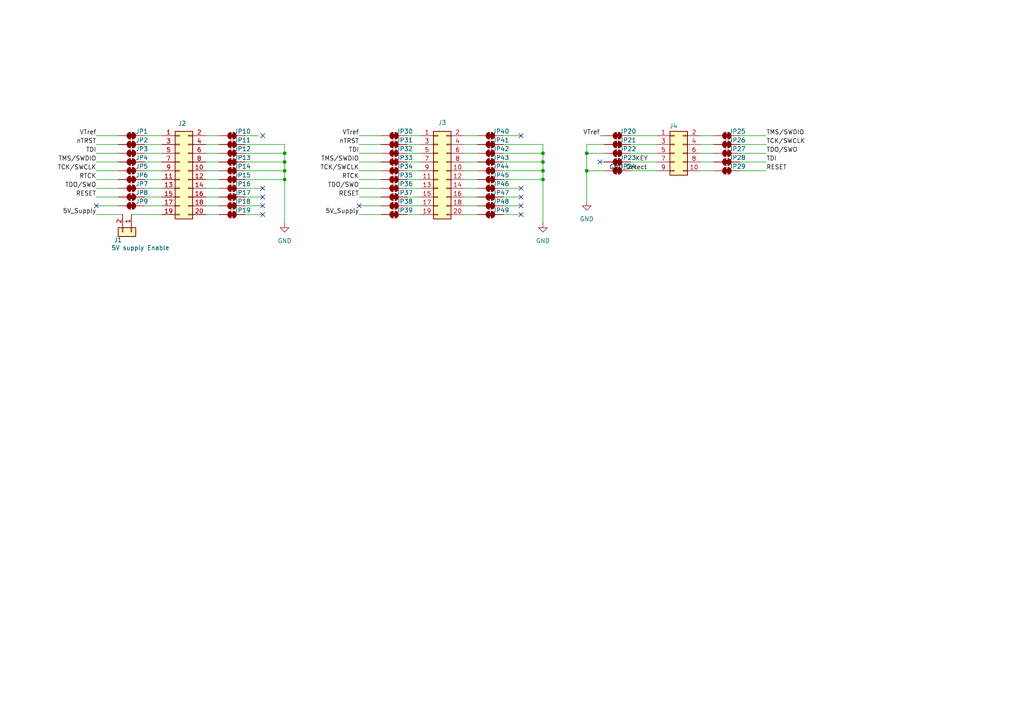
<source format=kicad_sch>
(kicad_sch (version 20250114) (generator "eeschema") (generator_version "9.0")
  (paper "A4")
  (lib_symbols
    (symbol "Connector_Generic:Conn_01x02" (pin_names (offset 1.016) (hide yes))
      (property "Reference" "J" (at 0 2.54 0))
      (property "Value" "Conn_01x02" (at 0 -5.08 0))
      (symbol "Conn_01x02_1_1"
        (rectangle (start -1.27 1.27) (end 1.27 -3.81) (stroke (width 0.254)) (fill (type background)))
        (rectangle (start -1.27 0.127) (end 0 -0.127) (stroke (width 0.1524)))
        (rectangle (start -1.27 -2.413) (end 0 -2.667) (stroke (width 0.1524)))
        (pin passive line (at -5.08 0 0) (length 3.81) (name "Pin_1") (number "1"))
        (pin passive line (at -5.08 -2.54 0) (length 3.81) (name "Pin_2") (number "2"))
      )
    )
    (symbol "Connector_Generic:Conn_02x05_Odd_Even" (pin_names (offset 1.016) (hide yes))
      (property "Reference" "J" (at 1.27 7.62 0))
      (property "Value" "Conn_02x05_Odd_Even" (at 1.27 -7.62 0))
      (symbol "Conn_02x05_Odd_Even_1_1"
        (rectangle (start -1.27 6.35) (end 3.81 -6.35) (stroke (width 0.254)) (fill (type background)))
        (rectangle (start -1.27 5.207) (end 0 4.953) (stroke (width 0.1524)))
        (rectangle (start -1.27 2.667) (end 0 2.413) (stroke (width 0.1524)))
        (rectangle (start -1.27 0.127) (end 0 -0.127) (stroke (width 0.1524)))
        (rectangle (start -1.27 -2.413) (end 0 -2.667) (stroke (width 0.1524)))
        (rectangle (start -1.27 -4.953) (end 0 -5.207) (stroke (width 0.1524)))
        (rectangle (start 3.81 5.207) (end 2.54 4.953) (stroke (width 0.1524)))
        (rectangle (start 3.81 2.667) (end 2.54 2.413) (stroke (width 0.1524)))
        (rectangle (start 3.81 0.127) (end 2.54 -0.127) (stroke (width 0.1524)))
        (rectangle (start 3.81 -2.413) (end 2.54 -2.667) (stroke (width 0.1524)))
        (rectangle (start 3.81 -4.953) (end 2.54 -5.207) (stroke (width 0.1524)))
        (pin passive line (at -5.08 5.08 0) (length 3.81) (name "Pin_1") (number "1"))
        (pin passive line (at -5.08 2.54 0) (length 3.81) (name "Pin_3") (number "3"))
        (pin passive line (at -5.08 0 0) (length 3.81) (name "Pin_5") (number "5"))
        (pin passive line (at -5.08 -2.54 0) (length 3.81) (name "Pin_7") (number "7"))
        (pin passive line (at -5.08 -5.08 0) (length 3.81) (name "Pin_9") (number "9"))
        (pin passive line (at 7.62 5.08 180) (length 3.81) (name "Pin_2") (number "2"))
        (pin passive line (at 7.62 2.54 180) (length 3.81) (name "Pin_4") (number "4"))
        (pin passive line (at 7.62 0 180) (length 3.81) (name "Pin_6") (number "6"))
        (pin passive line (at 7.62 -2.54 180) (length 3.81) (name "Pin_8") (number "8"))
        (pin passive line (at 7.62 -5.08 180) (length 3.81) (name "Pin_10") (number "10"))
      )
    )
    (symbol "Connector_Generic:Conn_02x10_Odd_Even" (pin_names (offset 1.016) (hide yes))
      (property "Reference" "J" (at 1.27 12.7 0))
      (property "Value" "Conn_02x10_Odd_Even" (at 1.27 -15.24 0))
      (symbol "Conn_02x10_Odd_Even_1_1"
        (rectangle (start -1.27 11.43) (end 3.81 -13.97) (stroke (width 0.254)) (fill (type background)))
        (rectangle (start -1.27 10.287) (end 0 10.033) (stroke (width 0.1524)))
        (rectangle (start -1.27 7.747) (end 0 7.493) (stroke (width 0.1524)))
        (rectangle (start -1.27 5.207) (end 0 4.953) (stroke (width 0.1524)))
        (rectangle (start -1.27 2.667) (end 0 2.413) (stroke (width 0.1524)))
        (rectangle (start -1.27 0.127) (end 0 -0.127) (stroke (width 0.1524)))
        (rectangle (start -1.27 -2.413) (end 0 -2.667) (stroke (width 0.1524)))
        (rectangle (start -1.27 -4.953) (end 0 -5.207) (stroke (width 0.1524)))
        (rectangle (start -1.27 -7.493) (end 0 -7.747) (stroke (width 0.1524)))
        (rectangle (start -1.27 -10.033) (end 0 -10.287) (stroke (width 0.1524)))
        (rectangle (start -1.27 -12.573) (end 0 -12.827) (stroke (width 0.1524)))
        (rectangle (start 3.81 10.287) (end 2.54 10.033) (stroke (width 0.1524)))
        (rectangle (start 3.81 7.747) (end 2.54 7.493) (stroke (width 0.1524)))
        (rectangle (start 3.81 5.207) (end 2.54 4.953) (stroke (width 0.1524)))
        (rectangle (start 3.81 2.667) (end 2.54 2.413) (stroke (width 0.1524)))
        (rectangle (start 3.81 0.127) (end 2.54 -0.127) (stroke (width 0.1524)))
        (rectangle (start 3.81 -2.413) (end 2.54 -2.667) (stroke (width 0.1524)))
        (rectangle (start 3.81 -4.953) (end 2.54 -5.207) (stroke (width 0.1524)))
        (rectangle (start 3.81 -7.493) (end 2.54 -7.747) (stroke (width 0.1524)))
        (rectangle (start 3.81 -10.033) (end 2.54 -10.287) (stroke (width 0.1524)))
        (rectangle (start 3.81 -12.573) (end 2.54 -12.827) (stroke (width 0.1524)))
        (pin passive line (at -5.08 10.16 0) (length 3.81) (name "Pin_1") (number "1"))
        (pin passive line (at -5.08 7.62 0) (length 3.81) (name "Pin_3") (number "3"))
        (pin passive line (at -5.08 5.08 0) (length 3.81) (name "Pin_5") (number "5"))
        (pin passive line (at -5.08 2.54 0) (length 3.81) (name "Pin_7") (number "7"))
        (pin passive line (at -5.08 0 0) (length 3.81) (name "Pin_9") (number "9"))
        (pin passive line (at -5.08 -2.54 0) (length 3.81) (name "Pin_11") (number "11"))
        (pin passive line (at -5.08 -5.08 0) (length 3.81) (name "Pin_13") (number "13"))
        (pin passive line (at -5.08 -7.62 0) (length 3.81) (name "Pin_15") (number "15"))
        (pin passive line (at -5.08 -10.16 0) (length 3.81) (name "Pin_17") (number "17"))
        (pin passive line (at -5.08 -12.7 0) (length 3.81) (name "Pin_19") (number "19"))
        (pin passive line (at 7.62 10.16 180) (length 3.81) (name "Pin_2") (number "2"))
        (pin passive line (at 7.62 7.62 180) (length 3.81) (name "Pin_4") (number "4"))
        (pin passive line (at 7.62 5.08 180) (length 3.81) (name "Pin_6") (number "6"))
        (pin passive line (at 7.62 2.54 180) (length 3.81) (name "Pin_8") (number "8"))
        (pin passive line (at 7.62 0 180) (length 3.81) (name "Pin_10") (number "10"))
        (pin passive line (at 7.62 -2.54 180) (length 3.81) (name "Pin_12") (number "12"))
        (pin passive line (at 7.62 -5.08 180) (length 3.81) (name "Pin_14") (number "14"))
        (pin passive line (at 7.62 -7.62 180) (length 3.81) (name "Pin_16") (number "16"))
        (pin passive line (at 7.62 -10.16 180) (length 3.81) (name "Pin_18") (number "18"))
        (pin passive line (at 7.62 -12.7 180) (length 3.81) (name "Pin_20") (number "20"))
      )
    )
    (symbol "Jumper:SolderJumper_2_Bridged" (pin_numbers (hide yes)) (pin_names (offset 0) (hide yes)) (in_bom no)
      (property "Reference" "JP" (at 0 2.032 0))
      (property "Value" "SolderJumper_2_Bridged" (at 0 -2.54 0))
      (symbol "SolderJumper_2_Bridged_0_1"
        (rectangle (start -0.508 0.508) (end 0.508 -0.508) (fill (type outline)))
        (polyline (pts (xy -0.254 1.016) (xy -0.254 -1.016)))
        (arc (start -0.254 -1.016) (mid -1.2656 0) (end -0.254 1.016))
        (arc (start -0.254 -1.016) (mid -1.2656 0) (end -0.254 1.016) (fill (type outline)))
        (arc (start 0.254 1.016) (mid 1.2656 0) (end 0.254 -1.016))
        (arc (start 0.254 1.016) (mid 1.2656 0) (end 0.254 -1.016) (fill (type outline)))
        (polyline (pts (xy 0.254 1.016) (xy 0.254 -1.016)))
      )
      (symbol "SolderJumper_2_Bridged_1_1"
        (pin passive line (at -3.81 0 0) (length 2.54) (name "A") (number "1"))
        (pin passive line (at 3.81 0 180) (length 2.54) (name "B") (number "2"))
      )
    )
    (symbol "power:GND" (power) (pin_numbers (hide yes)) (pin_names (offset 0) (hide yes))
      (property "Value" "GND" (at 0 -3.81 0))
      (symbol "GND_0_1"
        (polyline (pts (xy 0 0) (xy 0 -1.27) (xy 1.27 -1.27) (xy 0 -2.54) (xy -1.27 -1.27) (xy 0 -1.27)))
      )
      (symbol "GND_1_1"
        (pin power_in line (at 0 0 270) (length 0) (name "~") (number "1"))
      )
    )
  )
  (junction (at 157.48 44.45))
  (junction (at 170.18 44.45))
  (junction (at 82.55 46.99))
  (junction (at 157.48 49.53))
  (junction (at 82.55 52.07))
  (junction (at 82.55 44.45))
  (junction (at 170.18 49.53))
  (junction (at 157.48 52.07))
  (junction (at 157.48 46.99))
  (junction (at 82.55 49.53))
  (no_connect (at 76.2 57.15))
  (no_connect (at 27.94 59.69))
  (no_connect (at 151.13 54.61))
  (no_connect (at 76.2 62.23))
  (no_connect (at 151.13 59.69))
  (no_connect (at 76.2 59.69))
  (no_connect (at 151.13 62.23))
  (no_connect (at 104.14 59.69))
  (no_connect (at 151.13 39.37))
  (no_connect (at 173.99 46.99))
  (no_connect (at 151.13 57.15))
  (no_connect (at 76.2 39.37))
  (no_connect (at 76.2 54.61))
  (wire (pts (xy 104.14 41.91) (xy 110.49 41.91)))
  (wire (pts (xy 170.18 49.53) (xy 170.18 58.42)))
  (wire (pts (xy 38.1 62.23) (xy 46.99 62.23)))
  (wire (pts (xy 71.12 62.23) (xy 76.2 62.23)))
  (wire (pts (xy 118.11 57.15) (xy 121.92 57.15)))
  (wire (pts (xy 27.94 62.23) (xy 35.56 62.23)))
  (wire (pts (xy 59.69 57.15) (xy 63.5 57.15)))
  (wire (pts (xy 118.11 49.53) (xy 121.92 49.53)))
  (wire (pts (xy 182.88 44.45) (xy 190.5 44.45)))
  (wire (pts (xy 71.12 54.61) (xy 76.2 54.61)))
  (wire (pts (xy 104.14 44.45) (xy 110.49 44.45)))
  (wire (pts (xy 71.12 46.99) (xy 82.55 46.99)))
  (wire (pts (xy 157.48 46.99) (xy 157.48 49.53)))
  (wire (pts (xy 59.69 44.45) (xy 63.5 44.45)))
  (wire (pts (xy 214.63 44.45) (xy 222.25 44.45)))
  (wire (pts (xy 41.91 59.69) (xy 46.99 59.69)))
  (wire (pts (xy 82.55 52.07) (xy 82.55 64.77)))
  (wire (pts (xy 214.63 49.53) (xy 222.25 49.53)))
  (wire (pts (xy 134.62 49.53) (xy 138.43 49.53)))
  (wire (pts (xy 41.91 46.99) (xy 46.99 46.99)))
  (wire (pts (xy 146.05 44.45) (xy 157.48 44.45)))
  (wire (pts (xy 170.18 44.45) (xy 175.26 44.45)))
  (wire (pts (xy 41.91 57.15) (xy 46.99 57.15)))
  (wire (pts (xy 134.62 39.37) (xy 138.43 39.37)))
  (wire (pts (xy 134.62 44.45) (xy 138.43 44.45)))
  (wire (pts (xy 214.63 39.37) (xy 222.25 39.37)))
  (wire (pts (xy 41.91 39.37) (xy 46.99 39.37)))
  (wire (pts (xy 59.69 49.53) (xy 63.5 49.53)))
  (wire (pts (xy 146.05 57.15) (xy 151.13 57.15)))
  (wire (pts (xy 71.12 52.07) (xy 82.55 52.07)))
  (wire (pts (xy 82.55 46.99) (xy 82.55 49.53)))
  (wire (pts (xy 71.12 59.69) (xy 76.2 59.69)))
  (wire (pts (xy 118.11 46.99) (xy 121.92 46.99)))
  (wire (pts (xy 104.14 49.53) (xy 110.49 49.53)))
  (wire (pts (xy 82.55 41.91) (xy 82.55 44.45)))
  (wire (pts (xy 118.11 39.37) (xy 121.92 39.37)))
  (wire (pts (xy 203.2 39.37) (xy 207.01 39.37)))
  (wire (pts (xy 203.2 49.53) (xy 207.01 49.53)))
  (wire (pts (xy 27.94 57.15) (xy 34.29 57.15)))
  (wire (pts (xy 27.94 39.37) (xy 34.29 39.37)))
  (wire (pts (xy 59.69 59.69) (xy 63.5 59.69)))
  (wire (pts (xy 157.48 52.07) (xy 157.48 64.77)))
  (wire (pts (xy 118.11 44.45) (xy 121.92 44.45)))
  (wire (pts (xy 203.2 41.91) (xy 207.01 41.91)))
  (wire (pts (xy 104.14 52.07) (xy 110.49 52.07)))
  (wire (pts (xy 157.48 41.91) (xy 157.48 44.45)))
  (wire (pts (xy 170.18 44.45) (xy 170.18 49.53)))
  (wire (pts (xy 104.14 54.61) (xy 110.49 54.61)))
  (wire (pts (xy 71.12 44.45) (xy 82.55 44.45)))
  (wire (pts (xy 27.94 41.91) (xy 34.29 41.91)))
  (wire (pts (xy 170.18 41.91) (xy 175.26 41.91)))
  (wire (pts (xy 146.05 62.23) (xy 151.13 62.23)))
  (wire (pts (xy 134.62 52.07) (xy 138.43 52.07)))
  (wire (pts (xy 146.05 54.61) (xy 151.13 54.61)))
  (wire (pts (xy 118.11 59.69) (xy 121.92 59.69)))
  (wire (pts (xy 104.14 46.99) (xy 110.49 46.99)))
  (wire (pts (xy 59.69 52.07) (xy 63.5 52.07)))
  (wire (pts (xy 146.05 49.53) (xy 157.48 49.53)))
  (wire (pts (xy 41.91 41.91) (xy 46.99 41.91)))
  (wire (pts (xy 82.55 44.45) (xy 82.55 46.99)))
  (wire (pts (xy 146.05 41.91) (xy 157.48 41.91)))
  (wire (pts (xy 134.62 57.15) (xy 138.43 57.15)))
  (wire (pts (xy 71.12 39.37) (xy 74.93 39.37)))
  (wire (pts (xy 104.14 62.23) (xy 110.49 62.23)))
  (wire (pts (xy 118.11 52.07) (xy 121.92 52.07)))
  (wire (pts (xy 41.91 49.53) (xy 46.99 49.53)))
  (wire (pts (xy 27.94 46.99) (xy 34.29 46.99)))
  (wire (pts (xy 173.99 46.99) (xy 175.26 46.99)))
  (wire (pts (xy 59.69 41.91) (xy 63.5 41.91)))
  (wire (pts (xy 118.11 41.91) (xy 121.92 41.91)))
  (wire (pts (xy 59.69 54.61) (xy 63.5 54.61)))
  (wire (pts (xy 71.12 57.15) (xy 76.2 57.15)))
  (wire (pts (xy 104.14 57.15) (xy 110.49 57.15)))
  (wire (pts (xy 170.18 49.53) (xy 175.26 49.53)))
  (wire (pts (xy 134.62 59.69) (xy 138.43 59.69)))
  (wire (pts (xy 134.62 41.91) (xy 138.43 41.91)))
  (wire (pts (xy 118.11 62.23) (xy 121.92 62.23)))
  (wire (pts (xy 203.2 46.99) (xy 207.01 46.99)))
  (wire (pts (xy 146.05 46.99) (xy 157.48 46.99)))
  (wire (pts (xy 71.12 41.91) (xy 82.55 41.91)))
  (wire (pts (xy 71.12 49.53) (xy 82.55 49.53)))
  (wire (pts (xy 170.18 41.91) (xy 170.18 44.45)))
  (wire (pts (xy 118.11 54.61) (xy 121.92 54.61)))
  (wire (pts (xy 203.2 44.45) (xy 207.01 44.45)))
  (wire (pts (xy 146.05 59.69) (xy 151.13 59.69)))
  (wire (pts (xy 59.69 39.37) (xy 63.5 39.37)))
  (wire (pts (xy 134.62 46.99) (xy 138.43 46.99)))
  (wire (pts (xy 41.91 52.07) (xy 46.99 52.07)))
  (wire (pts (xy 182.88 46.99) (xy 190.5 46.99)))
  (wire (pts (xy 134.62 54.61) (xy 138.43 54.61)))
  (wire (pts (xy 104.14 59.69) (xy 110.49 59.69)))
  (wire (pts (xy 182.88 41.91) (xy 190.5 41.91)))
  (wire (pts (xy 157.48 49.53) (xy 157.48 52.07)))
  (wire (pts (xy 27.94 44.45) (xy 34.29 44.45)))
  (wire (pts (xy 27.94 54.61) (xy 34.29 54.61)))
  (wire (pts (xy 214.63 41.91) (xy 222.25 41.91)))
  (wire (pts (xy 41.91 44.45) (xy 46.99 44.45)))
  (wire (pts (xy 214.63 46.99) (xy 222.25 46.99)))
  (wire (pts (xy 59.69 46.99) (xy 63.5 46.99)))
  (wire (pts (xy 27.94 52.07) (xy 34.29 52.07)))
  (wire (pts (xy 41.91 54.61) (xy 46.99 54.61)))
  (wire (pts (xy 157.48 44.45) (xy 157.48 46.99)))
  (wire (pts (xy 27.94 49.53) (xy 34.29 49.53)))
  (wire (pts (xy 134.62 62.23) (xy 138.43 62.23)))
  (wire (pts (xy 146.05 52.07) (xy 157.48 52.07)))
  (wire (pts (xy 27.94 59.69) (xy 34.29 59.69)))
  (wire (pts (xy 182.88 49.53) (xy 190.5 49.53)))
  (wire (pts (xy 59.69 62.23) (xy 63.5 62.23)))
  (wire (pts (xy 146.05 39.37) (xy 151.13 39.37)))
  (wire (pts (xy 104.14 39.37) (xy 110.49 39.37)))
  (wire (pts (xy 182.88 39.37) (xy 190.5 39.37)))
  (wire (pts (xy 82.55 49.53) (xy 82.55 52.07)))
  (wire (pts (xy 173.99 39.37) (xy 175.26 39.37)))
  (label "TMS{slash}SWDIO" (at 222.25 39.37 0))
  (label "RESET" (at 222.25 49.53 0))
  (label "VTref" (at 173.99 39.37 180))
  (label "RESET" (at 104.14 57.15 180))
  (label "TMS{slash}SWDIO" (at 27.94 46.99 180))
  (label "TCK{slash}SWCLK" (at 104.14 49.53 180))
  (label "TCK{slash}SWCLK" (at 222.25 41.91 0))
  (label "5V_Supply" (at 104.14 62.23 180))
  (label "RESET" (at 27.94 57.15 180))
  (label "nTRST" (at 27.94 41.91 180))
  (label "GND_Detect" (at 187.6894 49.53 180))
  (label "KEY" (at 187.96 46.99 180))
  (label "RTCK" (at 27.94 52.07 180))
  (label "TCK{slash}SWCLK" (at 27.94 49.53 180))
  (label "TDO{slash}SWO" (at 222.25 44.45 0))
  (label "TMS{slash}SWDIO" (at 104.14 46.99 180))
  (label "TDO{slash}SWO" (at 27.94 54.61 180))
  (label "RTCK" (at 104.14 52.07 180))
  (label "VTref" (at 104.14 39.37 180))
  (label "5V_Supply" (at 27.94 62.23 180))
  (label "TDI" (at 104.14 44.45 180))
  (label "nTRST" (at 104.14 41.91 180))
  (label "TDI" (at 27.94 44.45 180))
  (label "TDI" (at 222.25 46.99 0))
  (label "VTref" (at 27.94 39.37 180))
  (label "TDO{slash}SWO" (at 104.14 54.61 180))
  (symbol (lib_id "Jumper:SolderJumper_2_Bridged") (at 142.24 41.91 0) (unit 1) (in_bom no)
    (property "Reference" "JP41" (at 145.288 40.64 0))
    (property "Value" "SolderJumper_2_Bridged" (effects (hide yes)))
    (property "Footprint" "Jumper:SolderJumper-2_P1.3mm_Bridged_Pad1.0x1.5mm" (effects (hide yes)))
    (property "Description" "Solder Jumper, 2-pole, closed/bridged" (effects (hide yes)))
  )
  (symbol (lib_id "Jumper:SolderJumper_2_Bridged") (at 38.1 44.45 0) (unit 1) (in_bom no)
    (property "Reference" "JP3" (at 41.148 43.18 0))
    (property "Value" "SolderJumper_2_Bridged" (effects (hide yes)))
    (property "Footprint" "Jumper:SolderJumper-2_P1.3mm_Bridged_Pad1.0x1.5mm" (effects (hide yes)))
    (property "Description" "Solder Jumper, 2-pole, closed/bridged" (effects (hide yes)))
  )
  (symbol (lib_id "Jumper:SolderJumper_2_Bridged") (at 38.1 57.15 0) (unit 1) (in_bom no)
    (property "Reference" "JP8" (at 41.148 55.88 0))
    (property "Value" "SolderJumper_2_Bridged" (effects (hide yes)))
    (property "Footprint" "Jumper:SolderJumper-2_P1.3mm_Bridged_Pad1.0x1.5mm" (effects (hide yes)))
    (property "Description" "Solder Jumper, 2-pole, closed/bridged" (effects (hide yes)))
  )
  (symbol (lib_id "Jumper:SolderJumper_2_Bridged") (at 114.3 62.23 0) (unit 1) (in_bom no)
    (property "Reference" "JP39" (at 117.348 60.96 0))
    (property "Value" "SolderJumper_2_Bridged" (effects (hide yes)))
    (property "Footprint" "Jumper:SolderJumper-2_P1.3mm_Bridged_Pad1.0x1.5mm" (effects (hide yes)))
    (property "Description" "Solder Jumper, 2-pole, closed/bridged" (effects (hide yes)))
  )
  (symbol (lib_id "Jumper:SolderJumper_2_Bridged") (at 67.31 52.07 0) (unit 1) (in_bom no)
    (property "Reference" "JP15" (at 70.358 50.8 0))
    (property "Value" "SolderJumper_2_Bridged" (effects (hide yes)))
    (property "Footprint" "Jumper:SolderJumper-2_P1.3mm_Bridged_Pad1.0x1.5mm" (effects (hide yes)))
    (property "Description" "Solder Jumper, 2-pole, closed/bridged" (effects (hide yes)))
  )
  (symbol (lib_id "Jumper:SolderJumper_2_Bridged") (at 114.3 46.99 0) (unit 1) (in_bom no)
    (property "Reference" "JP33" (at 117.348 45.72 0))
    (property "Value" "SolderJumper_2_Bridged" (effects (hide yes)))
    (property "Footprint" "Jumper:SolderJumper-2_P1.3mm_Bridged_Pad1.0x1.5mm" (effects (hide yes)))
    (property "Description" "Solder Jumper, 2-pole, closed/bridged" (effects (hide yes)))
  )
  (symbol (lib_id "Jumper:SolderJumper_2_Bridged") (at 142.24 59.69 0) (unit 1) (in_bom no)
    (property "Reference" "JP48" (at 145.288 58.42 0))
    (property "Value" "SolderJumper_2_Bridged" (effects (hide yes)))
    (property "Footprint" "Jumper:SolderJumper-2_P1.3mm_Bridged_Pad1.0x1.5mm" (effects (hide yes)))
    (property "Description" "Solder Jumper, 2-pole, closed/bridged" (effects (hide yes)))
  )
  (symbol (lib_id "Jumper:SolderJumper_2_Bridged") (at 114.3 57.15 0) (unit 1) (in_bom no)
    (property "Reference" "JP37" (at 117.348 55.88 0))
    (property "Value" "SolderJumper_2_Bridged" (effects (hide yes)))
    (property "Footprint" "Jumper:SolderJumper-2_P1.3mm_Bridged_Pad1.0x1.5mm" (effects (hide yes)))
    (property "Description" "Solder Jumper, 2-pole, closed/bridged" (effects (hide yes)))
  )
  (symbol (lib_id "Jumper:SolderJumper_2_Bridged") (at 67.31 49.53 0) (unit 1) (in_bom no)
    (property "Reference" "JP14" (at 70.358 48.26 0))
    (property "Value" "SolderJumper_2_Bridged" (effects (hide yes)))
    (property "Footprint" "Jumper:SolderJumper-2_P1.3mm_Bridged_Pad1.0x1.5mm" (effects (hide yes)))
    (property "Description" "Solder Jumper, 2-pole, closed/bridged" (effects (hide yes)))
  )
  (symbol (lib_id "Jumper:SolderJumper_2_Bridged") (at 142.24 46.99 0) (unit 1) (in_bom no)
    (property "Reference" "JP43" (at 145.288 45.72 0))
    (property "Value" "SolderJumper_2_Bridged" (effects (hide yes)))
    (property "Footprint" "Jumper:SolderJumper-2_P1.3mm_Bridged_Pad1.0x1.5mm" (effects (hide yes)))
    (property "Description" "Solder Jumper, 2-pole, closed/bridged" (effects (hide yes)))
  )
  (symbol (lib_id "power:GND") (at 157.48 64.77 0) (unit 1)
    (property "Reference" "#PWR02" (effects (hide yes)))
    (property "Value" "GND" (at 157.48 69.85 0))
    (property "Description" "Power symbol creates a global label with name \"GND\" , ground" (effects (hide yes)))
  )
  (symbol (lib_id "Jumper:SolderJumper_2_Bridged") (at 142.24 39.37 0) (unit 1) (in_bom no)
    (property "Reference" "JP40" (at 145.288 38.1 0))
    (property "Value" "SolderJumper_2_Bridged" (effects (hide yes)))
    (property "Footprint" "Jumper:SolderJumper-2_P1.3mm_Bridged_Pad1.0x1.5mm" (effects (hide yes)))
    (property "Description" "Solder Jumper, 2-pole, closed/bridged" (effects (hide yes)))
  )
  (symbol (lib_id "Jumper:SolderJumper_2_Bridged") (at 38.1 41.91 0) (unit 1) (in_bom no)
    (property "Reference" "JP2" (at 41.148 40.64 0))
    (property "Value" "SolderJumper_2_Bridged" (effects (hide yes)))
    (property "Footprint" "Jumper:SolderJumper-2_P1.3mm_Bridged_Pad1.0x1.5mm" (effects (hide yes)))
    (property "Description" "Solder Jumper, 2-pole, closed/bridged" (effects (hide yes)))
  )
  (symbol (lib_id "Jumper:SolderJumper_2_Bridged") (at 38.1 52.07 0) (unit 1) (in_bom no)
    (property "Reference" "JP6" (at 41.148 50.8 0))
    (property "Value" "SolderJumper_2_Bridged" (effects (hide yes)))
    (property "Footprint" "Jumper:SolderJumper-2_P1.3mm_Bridged_Pad1.0x1.5mm" (effects (hide yes)))
    (property "Description" "Solder Jumper, 2-pole, closed/bridged" (effects (hide yes)))
  )
  (symbol (lib_id "Jumper:SolderJumper_2_Bridged") (at 67.31 41.91 0) (unit 1) (in_bom no)
    (property "Reference" "JP11" (at 70.358 40.64 0))
    (property "Value" "SolderJumper_2_Bridged" (effects (hide yes)))
    (property "Footprint" "Jumper:SolderJumper-2_P1.3mm_Bridged_Pad1.0x1.5mm" (effects (hide yes)))
    (property "Description" "Solder Jumper, 2-pole, closed/bridged" (effects (hide yes)))
  )
  (symbol (lib_id "Jumper:SolderJumper_2_Bridged") (at 210.82 46.99 0) (unit 1) (in_bom no)
    (property "Reference" "JP28" (at 213.868 45.72 0))
    (property "Value" "SolderJumper_2_Bridged" (effects (hide yes)))
    (property "Footprint" "Jumper:SolderJumper-2_P1.3mm_Bridged_Pad1.0x1.5mm" (effects (hide yes)))
    (property "Description" "Solder Jumper, 2-pole, closed/bridged" (effects (hide yes)))
  )
  (symbol (lib_id "Jumper:SolderJumper_2_Bridged") (at 67.31 57.15 0) (unit 1) (in_bom no)
    (property "Reference" "JP17" (at 70.358 55.88 0))
    (property "Value" "SolderJumper_2_Bridged" (effects (hide yes)))
    (property "Footprint" "Jumper:SolderJumper-2_P1.3mm_Bridged_Pad1.0x1.5mm" (effects (hide yes)))
    (property "Description" "Solder Jumper, 2-pole, closed/bridged" (effects (hide yes)))
  )
  (symbol (lib_id "Jumper:SolderJumper_2_Bridged") (at 67.31 46.99 0) (unit 1) (in_bom no)
    (property "Reference" "JP13" (at 70.358 45.72 0))
    (property "Value" "SolderJumper_2_Bridged" (effects (hide yes)))
    (property "Footprint" "Jumper:SolderJumper-2_P1.3mm_Bridged_Pad1.0x1.5mm" (effects (hide yes)))
    (property "Description" "Solder Jumper, 2-pole, closed/bridged" (effects (hide yes)))
  )
  (symbol (lib_id "Connector_Generic:Conn_02x05_Odd_Even") (at 195.58 44.45 0) (unit 1)
    (property "Reference" "J4" (at 195.326 36.576 0))
    (property "Value" "FTS-105-01-F-D" (effects (hide yes)))
    (property "Footprint" "Connector_PinHeader_1.27mm:PinHeader_2x05_P1.27mm_Vertical" (effects (hide yes)))
    (property "Description" "Generic connector, double row, 02x05, odd/even pin numbering scheme (row 1 odd numbers, row 2 even numbers), script generated (kicad-library-utils/schlib/autogen/connector/)" (effects (hide yes)))
  )
  (symbol (lib_id "Jumper:SolderJumper_2_Bridged") (at 179.07 49.53 0) (unit 1) (in_bom no)
    (property "Reference" "JP24" (at 182.118 48.26 0))
    (property "Value" "SolderJumper_2_Bridged" (effects (hide yes)))
    (property "Footprint" "Jumper:SolderJumper-2_P1.3mm_Bridged_Pad1.0x1.5mm" (effects (hide yes)))
    (property "Description" "Solder Jumper, 2-pole, closed/bridged" (effects (hide yes)))
  )
  (symbol (lib_id "Jumper:SolderJumper_2_Bridged") (at 179.07 41.91 0) (unit 1) (in_bom no)
    (property "Reference" "JP21" (at 182.118 40.64 0))
    (property "Value" "SolderJumper_2_Bridged" (effects (hide yes)))
    (property "Footprint" "Jumper:SolderJumper-2_P1.3mm_Bridged_Pad1.0x1.5mm" (effects (hide yes)))
    (property "Description" "Solder Jumper, 2-pole, closed/bridged" (effects (hide yes)))
  )
  (symbol (lib_id "Jumper:SolderJumper_2_Bridged") (at 38.1 59.69 0) (unit 1) (in_bom no)
    (property "Reference" "JP9" (at 41.148 58.42 0))
    (property "Value" "SolderJumper_2_Bridged" (effects (hide yes)))
    (property "Footprint" "Jumper:SolderJumper-2_P1.3mm_Bridged_Pad1.0x1.5mm" (effects (hide yes)))
    (property "Description" "Solder Jumper, 2-pole, closed/bridged" (effects (hide yes)))
  )
  (symbol (lib_id "Jumper:SolderJumper_2_Bridged") (at 67.31 59.69 0) (unit 1) (in_bom no)
    (property "Reference" "JP18" (at 70.358 58.42 0))
    (property "Value" "SolderJumper_2_Bridged" (effects (hide yes)))
    (property "Footprint" "Jumper:SolderJumper-2_P1.3mm_Bridged_Pad1.0x1.5mm" (effects (hide yes)))
    (property "Description" "Solder Jumper, 2-pole, closed/bridged" (effects (hide yes)))
  )
  (symbol (lib_id "Jumper:SolderJumper_2_Bridged") (at 142.24 57.15 0) (unit 1) (in_bom no)
    (property "Reference" "JP47" (at 145.288 55.88 0))
    (property "Value" "SolderJumper_2_Bridged" (effects (hide yes)))
    (property "Footprint" "Jumper:SolderJumper-2_P1.3mm_Bridged_Pad1.0x1.5mm" (effects (hide yes)))
    (property "Description" "Solder Jumper, 2-pole, closed/bridged" (effects (hide yes)))
  )
  (symbol (lib_id "Jumper:SolderJumper_2_Bridged") (at 114.3 49.53 0) (unit 1) (in_bom no)
    (property "Reference" "JP34" (at 117.348 48.26 0))
    (property "Value" "SolderJumper_2_Bridged" (effects (hide yes)))
    (property "Footprint" "Jumper:SolderJumper-2_P1.3mm_Bridged_Pad1.0x1.5mm" (effects (hide yes)))
    (property "Description" "Solder Jumper, 2-pole, closed/bridged" (effects (hide yes)))
  )
  (symbol (lib_id "Jumper:SolderJumper_2_Bridged") (at 210.82 49.53 0) (unit 1) (in_bom no)
    (property "Reference" "JP29" (at 213.868 48.26 0))
    (property "Value" "SolderJumper_2_Bridged" (effects (hide yes)))
    (property "Footprint" "Jumper:SolderJumper-2_P1.3mm_Bridged_Pad1.0x1.5mm" (effects (hide yes)))
    (property "Description" "Solder Jumper, 2-pole, closed/bridged" (effects (hide yes)))
  )
  (symbol (lib_id "Jumper:SolderJumper_2_Bridged") (at 67.31 54.61 0) (unit 1) (in_bom no)
    (property "Reference" "JP16" (at 70.358 53.34 0))
    (property "Value" "SolderJumper_2_Bridged" (effects (hide yes)))
    (property "Footprint" "Jumper:SolderJumper-2_P1.3mm_Bridged_Pad1.0x1.5mm" (effects (hide yes)))
    (property "Description" "Solder Jumper, 2-pole, closed/bridged" (effects (hide yes)))
  )
  (symbol (lib_id "Jumper:SolderJumper_2_Bridged") (at 142.24 44.45 0) (unit 1) (in_bom no)
    (property "Reference" "JP42" (at 145.288 43.18 0))
    (property "Value" "SolderJumper_2_Bridged" (effects (hide yes)))
    (property "Footprint" "Jumper:SolderJumper-2_P1.3mm_Bridged_Pad1.0x1.5mm" (effects (hide yes)))
    (property "Description" "Solder Jumper, 2-pole, closed/bridged" (effects (hide yes)))
  )
  (symbol (lib_id "Jumper:SolderJumper_2_Bridged") (at 114.3 39.37 0) (unit 1) (in_bom no)
    (property "Reference" "JP30" (at 117.348 38.1 0))
    (property "Value" "SolderJumper_2_Bridged" (effects (hide yes)))
    (property "Footprint" "Jumper:SolderJumper-2_P1.3mm_Bridged_Pad1.0x1.5mm" (effects (hide yes)))
    (property "Description" "Solder Jumper, 2-pole, closed/bridged" (effects (hide yes)))
  )
  (symbol (lib_id "Connector_Generic:Conn_01x02") (at 38.1 67.31 270) (unit 1)
    (property "Reference" "J1" (at 33.02 69.596 90) (effects (justify left)))
    (property "Value" "5V supply Enable" (at 32.258 71.882 90) (effects (justify left)))
    (property "Footprint" "Connector_PinHeader_2.54mm:PinHeader_1x02_P2.54mm_Vertical" (effects (hide yes)))
    (property "Description" "Generic connector, single row, 01x02, script generated (kicad-library-utils/schlib/autogen/connector/)" (effects (hide yes)))
  )
  (symbol (lib_id "Jumper:SolderJumper_2_Bridged") (at 114.3 44.45 0) (unit 1) (in_bom no)
    (property "Reference" "JP32" (at 117.348 43.18 0))
    (property "Value" "SolderJumper_2_Bridged" (effects (hide yes)))
    (property "Footprint" "Jumper:SolderJumper-2_P1.3mm_Bridged_Pad1.0x1.5mm" (effects (hide yes)))
    (property "Description" "Solder Jumper, 2-pole, closed/bridged" (effects (hide yes)))
  )
  (symbol (lib_id "Jumper:SolderJumper_2_Bridged") (at 210.82 41.91 0) (unit 1) (in_bom no)
    (property "Reference" "JP26" (at 213.868 40.64 0))
    (property "Value" "SolderJumper_2_Bridged" (effects (hide yes)))
    (property "Footprint" "Jumper:SolderJumper-2_P1.3mm_Bridged_Pad1.0x1.5mm" (effects (hide yes)))
    (property "Description" "Solder Jumper, 2-pole, closed/bridged" (effects (hide yes)))
  )
  (symbol (lib_id "Jumper:SolderJumper_2_Bridged") (at 114.3 54.61 0) (unit 1) (in_bom no)
    (property "Reference" "JP36" (at 117.348 53.34 0))
    (property "Value" "SolderJumper_2_Bridged" (effects (hide yes)))
    (property "Footprint" "Jumper:SolderJumper-2_P1.3mm_Bridged_Pad1.0x1.5mm" (effects (hide yes)))
    (property "Description" "Solder Jumper, 2-pole, closed/bridged" (effects (hide yes)))
  )
  (symbol (lib_id "Jumper:SolderJumper_2_Bridged") (at 67.31 44.45 0) (unit 1) (in_bom no)
    (property "Reference" "JP12" (at 70.358 43.18 0))
    (property "Value" "SolderJumper_2_Bridged" (effects (hide yes)))
    (property "Footprint" "Jumper:SolderJumper-2_P1.3mm_Bridged_Pad1.0x1.5mm" (effects (hide yes)))
    (property "Description" "Solder Jumper, 2-pole, closed/bridged" (effects (hide yes)))
  )
  (symbol (lib_id "Jumper:SolderJumper_2_Bridged") (at 210.82 44.45 0) (unit 1) (in_bom no)
    (property "Reference" "JP27" (at 213.868 43.18 0))
    (property "Value" "SolderJumper_2_Bridged" (effects (hide yes)))
    (property "Footprint" "Jumper:SolderJumper-2_P1.3mm_Bridged_Pad1.0x1.5mm" (effects (hide yes)))
    (property "Description" "Solder Jumper, 2-pole, closed/bridged" (effects (hide yes)))
  )
  (symbol (lib_id "Jumper:SolderJumper_2_Bridged") (at 179.07 44.45 0) (unit 1) (in_bom no)
    (property "Reference" "JP22" (at 182.118 43.18 0))
    (property "Value" "SolderJumper_2_Bridged" (effects (hide yes)))
    (property "Footprint" "Jumper:SolderJumper-2_P1.3mm_Bridged_Pad1.0x1.5mm" (effects (hide yes)))
    (property "Description" "Solder Jumper, 2-pole, closed/bridged" (effects (hide yes)))
  )
  (symbol (lib_id "Connector_Generic:Conn_02x10_Odd_Even") (at 52.07 49.53 0) (unit 1)
    (property "Reference" "J2" (at 52.832 35.814 0))
    (property "Value" "SeggerJlink connector" (effects (hide yes)))
    (property "Footprint" "local_footprints:SeggerJlinkFemaleConn" (effects (hide yes)))
    (property "Description" "Generic connector, double row, 02x10, odd/even pin numbering scheme (row 1 odd numbers, row 2 even numbers), script generated (kicad-library-utils/schlib/autogen/connector/)" (effects (hide yes)))
  )
  (symbol (lib_id "Jumper:SolderJumper_2_Bridged") (at 67.31 62.23 0) (unit 1) (in_bom no)
    (property "Reference" "JP19" (at 70.358 60.96 0))
    (property "Value" "SolderJumper_2_Bridged" (effects (hide yes)))
    (property "Footprint" "Jumper:SolderJumper-2_P1.3mm_Bridged_Pad1.0x1.5mm" (effects (hide yes)))
    (property "Description" "Solder Jumper, 2-pole, closed/bridged" (effects (hide yes)))
  )
  (symbol (lib_id "Jumper:SolderJumper_2_Bridged") (at 179.07 46.99 0) (unit 1) (in_bom no)
    (property "Reference" "JP23" (at 182.118 45.72 0))
    (property "Value" "SolderJumper_2_Bridged" (effects (hide yes)))
    (property "Footprint" "Jumper:SolderJumper-2_P1.3mm_Bridged_Pad1.0x1.5mm" (effects (hide yes)))
    (property "Description" "Solder Jumper, 2-pole, closed/bridged" (effects (hide yes)))
  )
  (symbol (lib_id "Jumper:SolderJumper_2_Bridged") (at 38.1 46.99 0) (unit 1) (in_bom no)
    (property "Reference" "JP4" (at 41.148 45.72 0))
    (property "Value" "SolderJumper_2_Bridged" (effects (hide yes)))
    (property "Footprint" "Jumper:SolderJumper-2_P1.3mm_Bridged_Pad1.0x1.5mm" (effects (hide yes)))
    (property "Description" "Solder Jumper, 2-pole, closed/bridged" (effects (hide yes)))
  )
  (symbol (lib_id "Jumper:SolderJumper_2_Bridged") (at 142.24 52.07 0) (unit 1) (in_bom no)
    (property "Reference" "JP45" (at 145.288 50.8 0))
    (property "Value" "SolderJumper_2_Bridged" (effects (hide yes)))
    (property "Footprint" "Jumper:SolderJumper-2_P1.3mm_Bridged_Pad1.0x1.5mm" (effects (hide yes)))
    (property "Description" "Solder Jumper, 2-pole, closed/bridged" (effects (hide yes)))
  )
  (symbol (lib_id "Jumper:SolderJumper_2_Bridged") (at 179.07 39.37 0) (unit 1) (in_bom no)
    (property "Reference" "JP20" (at 182.118 38.1 0))
    (property "Value" "SolderJumper_2_Bridged" (effects (hide yes)))
    (property "Footprint" "Jumper:SolderJumper-2_P1.3mm_Bridged_Pad1.0x1.5mm" (effects (hide yes)))
    (property "Description" "Solder Jumper, 2-pole, closed/bridged" (effects (hide yes)))
  )
  (symbol (lib_id "power:GND") (at 82.55 64.77 0) (unit 1)
    (property "Reference" "#PWR01" (effects (hide yes)))
    (property "Value" "GND" (at 82.55 69.85 0))
    (property "Description" "Power symbol creates a global label with name \"GND\" , ground" (effects (hide yes)))
  )
  (symbol (lib_id "Jumper:SolderJumper_2_Bridged") (at 114.3 41.91 0) (unit 1) (in_bom no)
    (property "Reference" "JP31" (at 117.348 40.64 0))
    (property "Value" "SolderJumper_2_Bridged" (effects (hide yes)))
    (property "Footprint" "Jumper:SolderJumper-2_P1.3mm_Bridged_Pad1.0x1.5mm" (effects (hide yes)))
    (property "Description" "Solder Jumper, 2-pole, closed/bridged" (effects (hide yes)))
  )
  (symbol (lib_id "Jumper:SolderJumper_2_Bridged") (at 142.24 49.53 0) (unit 1) (in_bom no)
    (property "Reference" "JP44" (at 145.288 48.26 0))
    (property "Value" "SolderJumper_2_Bridged" (effects (hide yes)))
    (property "Footprint" "Jumper:SolderJumper-2_P1.3mm_Bridged_Pad1.0x1.5mm" (effects (hide yes)))
    (property "Description" "Solder Jumper, 2-pole, closed/bridged" (effects (hide yes)))
  )
  (symbol (lib_id "Jumper:SolderJumper_2_Bridged") (at 142.24 54.61 0) (unit 1) (in_bom no)
    (property "Reference" "JP46" (at 145.288 53.34 0))
    (property "Value" "SolderJumper_2_Bridged" (effects (hide yes)))
    (property "Footprint" "Jumper:SolderJumper-2_P1.3mm_Bridged_Pad1.0x1.5mm" (effects (hide yes)))
    (property "Description" "Solder Jumper, 2-pole, closed/bridged" (effects (hide yes)))
  )
  (symbol (lib_id "Jumper:SolderJumper_2_Bridged") (at 114.3 52.07 0) (unit 1) (in_bom no)
    (property "Reference" "JP35" (at 117.348 50.8 0))
    (property "Value" "SolderJumper_2_Bridged" (effects (hide yes)))
    (property "Footprint" "Jumper:SolderJumper-2_P1.3mm_Bridged_Pad1.0x1.5mm" (effects (hide yes)))
    (property "Description" "Solder Jumper, 2-pole, closed/bridged" (effects (hide yes)))
  )
  (symbol (lib_id "Jumper:SolderJumper_2_Bridged") (at 67.31 39.37 0) (unit 1) (in_bom no)
    (property "Reference" "JP10" (at 70.358 38.1 0))
    (property "Value" "SolderJumper_2_Bridged" (effects (hide yes)))
    (property "Footprint" "Jumper:SolderJumper-2_P1.3mm_Bridged_Pad1.0x1.5mm" (effects (hide yes)))
    (property "Description" "Solder Jumper, 2-pole, closed/bridged" (effects (hide yes)))
  )
  (symbol (lib_id "Jumper:SolderJumper_2_Bridged") (at 210.82 39.37 0) (unit 1) (in_bom no)
    (property "Reference" "JP25" (at 213.868 38.1 0))
    (property "Value" "SolderJumper_2_Bridged" (effects (hide yes)))
    (property "Footprint" "Jumper:SolderJumper-2_P1.3mm_Bridged_Pad1.0x1.5mm" (effects (hide yes)))
    (property "Description" "Solder Jumper, 2-pole, closed/bridged" (effects (hide yes)))
  )
  (symbol (lib_id "Jumper:SolderJumper_2_Bridged") (at 114.3 59.69 0) (unit 1) (in_bom no)
    (property "Reference" "JP38" (at 117.348 58.42 0))
    (property "Value" "SolderJumper_2_Bridged" (effects (hide yes)))
    (property "Footprint" "Jumper:SolderJumper-2_P1.3mm_Bridged_Pad1.0x1.5mm" (effects (hide yes)))
    (property "Description" "Solder Jumper, 2-pole, closed/bridged" (effects (hide yes)))
  )
  (symbol (lib_id "Jumper:SolderJumper_2_Bridged") (at 38.1 54.61 0) (unit 1) (in_bom no)
    (property "Reference" "JP7" (at 41.148 53.34 0))
    (property "Value" "SolderJumper_2_Bridged" (effects (hide yes)))
    (property "Footprint" "Jumper:SolderJumper-2_P1.3mm_Bridged_Pad1.0x1.5mm" (effects (hide yes)))
    (property "Description" "Solder Jumper, 2-pole, closed/bridged" (effects (hide yes)))
  )
  (symbol (lib_id "power:GND") (at 170.18 58.42 0) (unit 1)
    (property "Reference" "#PWR03" (effects (hide yes)))
    (property "Value" "GND" (at 170.18 63.5 0))
    (property "Description" "Power symbol creates a global label with name \"GND\" , ground" (effects (hide yes)))
  )
  (symbol (lib_id "Jumper:SolderJumper_2_Bridged") (at 38.1 49.53 0) (unit 1) (in_bom no)
    (property "Reference" "JP5" (at 41.148 48.26 0))
    (property "Value" "SolderJumper_2_Bridged" (effects (hide yes)))
    (property "Footprint" "Jumper:SolderJumper-2_P1.3mm_Bridged_Pad1.0x1.5mm" (effects (hide yes)))
    (property "Description" "Solder Jumper, 2-pole, closed/bridged" (effects (hide yes)))
  )
  (symbol (lib_id "Jumper:SolderJumper_2_Bridged") (at 142.24 62.23 0) (unit 1) (in_bom no)
    (property "Reference" "JP49" (at 145.288 60.96 0))
    (property "Value" "SolderJumper_2_Bridged" (effects (hide yes)))
    (property "Footprint" "Jumper:SolderJumper-2_P1.3mm_Bridged_Pad1.0x1.5mm" (effects (hide yes)))
    (property "Description" "Solder Jumper, 2-pole, closed/bridged" (effects (hide yes)))
  )
  (symbol (lib_id "Connector_Generic:Conn_02x10_Odd_Even") (at 127 49.53 0) (unit 1)
    (property "Reference" "J3" (at 128.27 35.56 0))
    (property "Value" "Conn_02x10_Odd_Even" (effects (hide yes)))
    (property "Footprint" "Connector_PinHeader_2.54mm:PinHeader_2x10_P2.54mm_Vertical" (effects (hide yes)))
    (property "Description" "Generic connector, double row, 02x10, odd/even pin numbering scheme (row 1 odd numbers, row 2 even numbers), script generated (kicad-library-utils/schlib/autogen/connector/)" (effects (hide yes)))
  )
  (symbol (lib_id "Jumper:SolderJumper_2_Bridged") (at 38.1 39.37 0) (unit 1) (in_bom no)
    (property "Reference" "JP1" (at 41.148 38.1 0))
    (property "Value" "SolderJumper_2_Bridged" (effects (hide yes)))
    (property "Footprint" "Jumper:SolderJumper-2_P1.3mm_Bridged_Pad1.0x1.5mm" (effects (hide yes)))
    (property "Description" "Solder Jumper, 2-pole, closed/bridged" (effects (hide yes)))
  )
)
</source>
